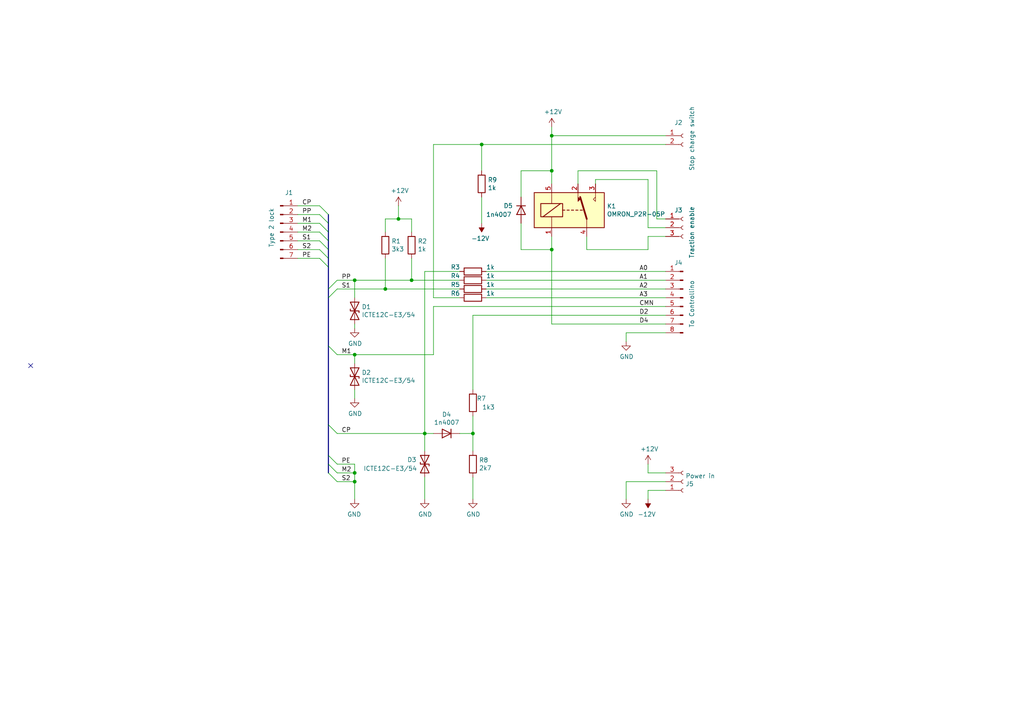
<source format=kicad_sch>
(kicad_sch (version 20211123) (generator eeschema)
  (paper "A4")
  (lib_symbols
    (symbol "Connector:Conn_01x02_Female" (pin_names (offset 1.016) hide)
      (property "Reference" "J" (at 0 2.54 0))
      (property "Value" "Conn_01x02_Female" (at 0 -5.08 0))
      (symbol "Conn_01x02_Female_1_1"
        (arc (start 0 -2.032) (mid -0.508 -2.54) (end 0 -3.048) (stroke (width 0.1524)))
        (polyline (pts (xy -1.27 -2.54) (xy -0.508 -2.54)) (stroke (width 0.1524)))
        (polyline (pts (xy -1.27 0) (xy -0.508 0)) (stroke (width 0.1524)))
        (arc (start 0 0.508) (mid -0.508 0) (end 0 -0.508) (stroke (width 0.1524)))
        (pin passive line (at -5.08 0 0) (length 3.81) (name "Pin_1") (number "1"))
        (pin passive line (at -5.08 -2.54 0) (length 3.81) (name "Pin_2") (number "2"))
      )
    )
    (symbol "Connector:Conn_01x03_Female" (pin_names (offset 1.016) hide)
      (property "Reference" "J" (at 0 5.08 0))
      (property "Value" "Conn_01x03_Female" (at 0 -5.08 0))
      (symbol "Conn_01x03_Female_1_1"
        (arc (start 0 -2.032) (mid -0.508 -2.54) (end 0 -3.048) (stroke (width 0.1524)))
        (polyline (pts (xy -1.27 -2.54) (xy -0.508 -2.54)) (stroke (width 0.1524)))
        (polyline (pts (xy -1.27 0) (xy -0.508 0)) (stroke (width 0.1524)))
        (polyline (pts (xy -1.27 2.54) (xy -0.508 2.54)) (stroke (width 0.1524)))
        (arc (start 0 0.508) (mid -0.508 0) (end 0 -0.508) (stroke (width 0.1524)))
        (arc (start 0 3.048) (mid -0.508 2.54) (end 0 2.032) (stroke (width 0.1524)))
        (pin passive line (at -5.08 2.54 0) (length 3.81) (name "Pin_1") (number "1"))
        (pin passive line (at -5.08 0 0) (length 3.81) (name "Pin_2") (number "2"))
        (pin passive line (at -5.08 -2.54 0) (length 3.81) (name "Pin_3") (number "3"))
      )
    )
    (symbol "Connector:Conn_01x07_Male" (pin_names (offset 1.016) hide)
      (property "Reference" "J" (at 0 10.16 0))
      (property "Value" "Conn_01x07_Male" (at 0 -10.16 0))
      (symbol "Conn_01x07_Male_1_1"
        (polyline (pts (xy 1.27 -7.62) (xy 0.8636 -7.62)) (stroke (width 0.1524)))
        (polyline (pts (xy 1.27 -5.08) (xy 0.8636 -5.08)) (stroke (width 0.1524)))
        (polyline (pts (xy 1.27 -2.54) (xy 0.8636 -2.54)) (stroke (width 0.1524)))
        (polyline (pts (xy 1.27 0) (xy 0.8636 0)) (stroke (width 0.1524)))
        (polyline (pts (xy 1.27 2.54) (xy 0.8636 2.54)) (stroke (width 0.1524)))
        (polyline (pts (xy 1.27 5.08) (xy 0.8636 5.08)) (stroke (width 0.1524)))
        (polyline (pts (xy 1.27 7.62) (xy 0.8636 7.62)) (stroke (width 0.1524)))
        (rectangle (start 0.8636 -7.493) (end 0 -7.747) (stroke (width 0.1524)) (fill (type outline)))
        (rectangle (start 0.8636 -4.953) (end 0 -5.207) (stroke (width 0.1524)) (fill (type outline)))
        (rectangle (start 0.8636 -2.413) (end 0 -2.667) (stroke (width 0.1524)) (fill (type outline)))
        (rectangle (start 0.8636 0.127) (end 0 -0.127) (stroke (width 0.1524)) (fill (type outline)))
        (rectangle (start 0.8636 2.667) (end 0 2.413) (stroke (width 0.1524)) (fill (type outline)))
        (rectangle (start 0.8636 5.207) (end 0 4.953) (stroke (width 0.1524)) (fill (type outline)))
        (rectangle (start 0.8636 7.747) (end 0 7.493) (stroke (width 0.1524)) (fill (type outline)))
        (pin passive line (at 5.08 7.62 180) (length 3.81) (name "Pin_1") (number "1"))
        (pin passive line (at 5.08 5.08 180) (length 3.81) (name "Pin_2") (number "2"))
        (pin passive line (at 5.08 2.54 180) (length 3.81) (name "Pin_3") (number "3"))
        (pin passive line (at 5.08 0 180) (length 3.81) (name "Pin_4") (number "4"))
        (pin passive line (at 5.08 -2.54 180) (length 3.81) (name "Pin_5") (number "5"))
        (pin passive line (at 5.08 -5.08 180) (length 3.81) (name "Pin_6") (number "6"))
        (pin passive line (at 5.08 -7.62 180) (length 3.81) (name "Pin_7") (number "7"))
      )
    )
    (symbol "Connector:Conn_01x08_Male" (pin_names (offset 1.016) hide)
      (property "Reference" "J" (at 0 10.16 0))
      (property "Value" "Conn_01x08_Male" (at 0 -12.7 0))
      (symbol "Conn_01x08_Male_1_1"
        (polyline (pts (xy 1.27 -10.16) (xy 0.8636 -10.16)) (stroke (width 0.1524)))
        (polyline (pts (xy 1.27 -7.62) (xy 0.8636 -7.62)) (stroke (width 0.1524)))
        (polyline (pts (xy 1.27 -5.08) (xy 0.8636 -5.08)) (stroke (width 0.1524)))
        (polyline (pts (xy 1.27 -2.54) (xy 0.8636 -2.54)) (stroke (width 0.1524)))
        (polyline (pts (xy 1.27 0) (xy 0.8636 0)) (stroke (width 0.1524)))
        (polyline (pts (xy 1.27 2.54) (xy 0.8636 2.54)) (stroke (width 0.1524)))
        (polyline (pts (xy 1.27 5.08) (xy 0.8636 5.08)) (stroke (width 0.1524)))
        (polyline (pts (xy 1.27 7.62) (xy 0.8636 7.62)) (stroke (width 0.1524)))
        (rectangle (start 0.8636 -10.033) (end 0 -10.287) (stroke (width 0.1524)) (fill (type outline)))
        (rectangle (start 0.8636 -7.493) (end 0 -7.747) (stroke (width 0.1524)) (fill (type outline)))
        (rectangle (start 0.8636 -4.953) (end 0 -5.207) (stroke (width 0.1524)) (fill (type outline)))
        (rectangle (start 0.8636 -2.413) (end 0 -2.667) (stroke (width 0.1524)) (fill (type outline)))
        (rectangle (start 0.8636 0.127) (end 0 -0.127) (stroke (width 0.1524)) (fill (type outline)))
        (rectangle (start 0.8636 2.667) (end 0 2.413) (stroke (width 0.1524)) (fill (type outline)))
        (rectangle (start 0.8636 5.207) (end 0 4.953) (stroke (width 0.1524)) (fill (type outline)))
        (rectangle (start 0.8636 7.747) (end 0 7.493) (stroke (width 0.1524)) (fill (type outline)))
        (pin passive line (at 5.08 7.62 180) (length 3.81) (name "Pin_1") (number "1"))
        (pin passive line (at 5.08 5.08 180) (length 3.81) (name "Pin_2") (number "2"))
        (pin passive line (at 5.08 2.54 180) (length 3.81) (name "Pin_3") (number "3"))
        (pin passive line (at 5.08 0 180) (length 3.81) (name "Pin_4") (number "4"))
        (pin passive line (at 5.08 -2.54 180) (length 3.81) (name "Pin_5") (number "5"))
        (pin passive line (at 5.08 -5.08 180) (length 3.81) (name "Pin_6") (number "6"))
        (pin passive line (at 5.08 -7.62 180) (length 3.81) (name "Pin_7") (number "7"))
        (pin passive line (at 5.08 -10.16 180) (length 3.81) (name "Pin_8") (number "8"))
      )
    )
    (symbol "Device:D" (pin_numbers hide) (pin_names (offset 1.016) hide)
      (property "Reference" "D" (at 0 2.54 0))
      (property "Value" "D" (at 0 -2.54 0))
      (symbol "D_0_1"
        (polyline (pts (xy -1.27 1.27) (xy -1.27 -1.27)) (stroke (width 0.254)))
        (polyline (pts (xy 1.27 0) (xy -1.27 0)))
        (polyline (pts (xy 1.27 1.27) (xy 1.27 -1.27) (xy -1.27 0) (xy 1.27 1.27)) (stroke (width 0.254)))
      )
      (symbol "D_1_1"
        (pin passive line (at -3.81 0 0) (length 2.54) (name "K") (number "1"))
        (pin passive line (at 3.81 0 180) (length 2.54) (name "A") (number "2"))
      )
    )
    (symbol "Device:D_TVS" (pin_numbers hide) (pin_names (offset 1.016) hide)
      (property "Reference" "D" (at 0 2.54 0))
      (property "Value" "D_TVS" (at 0 -2.54 0))
      (symbol "D_TVS_0_1"
        (polyline (pts (xy 1.27 0) (xy -1.27 0)))
        (polyline (pts (xy 0.508 1.27) (xy 0 1.27) (xy 0 -1.27) (xy -0.508 -1.27)) (stroke (width 0.254)))
        (polyline (pts (xy -2.54 1.27) (xy -2.54 -1.27) (xy 2.54 1.27) (xy 2.54 -1.27) (xy -2.54 1.27)) (stroke (width 0.254)))
      )
      (symbol "D_TVS_1_1"
        (pin passive line (at -3.81 0 0) (length 2.54) (name "A1") (number "1"))
        (pin passive line (at 3.81 0 180) (length 2.54) (name "A2") (number "2"))
      )
    )
    (symbol "Device:R" (pin_numbers hide) (pin_names (offset 0))
      (property "Reference" "R" (at 2.032 0 90))
      (property "Value" "R" (at 0 0 90))
      (symbol "R_0_1"
        (rectangle (start -1.016 -2.54) (end 1.016 2.54) (stroke (width 0.254)))
      )
      (symbol "R_1_1"
        (pin passive line (at 0 3.81 270) (length 1.27) (name "~") (number "1"))
        (pin passive line (at 0 -3.81 90) (length 1.27) (name "~") (number "2"))
      )
    )
    (symbol "Downloaded_parts:OMRON_P2R-05P"
      (property "Reference" "K" (at 11.43 3.81 0))
      (property "Value" "OMRON_P2R-05P" (at 11.43 1.27 0))
      (symbol "OMRON_P2R-05P_0_0"
        (polyline (pts (xy 7.62 5.08) (xy 7.62 2.54) (xy 6.985 3.175) (xy 7.62 3.81)))
      )
      (symbol "OMRON_P2R-05P_0_1"
        (rectangle (start -10.16 5.08) (end 10.16 -5.08) (stroke (width 0.254)) (fill (type background)))
        (rectangle (start -8.255 1.905) (end -1.905 -1.905) (stroke (width 0.254)))
        (polyline (pts (xy -7.62 -1.905) (xy -2.54 1.905)) (stroke (width 0.254)))
        (polyline (pts (xy -5.08 -5.08) (xy -5.08 -1.905)))
        (polyline (pts (xy -5.08 5.08) (xy -5.08 1.905)))
        (polyline (pts (xy -1.905 0) (xy -1.27 0)) (stroke (width 0.254)))
        (polyline (pts (xy -0.635 0) (xy 0 0)) (stroke (width 0.254)))
        (polyline (pts (xy 0.635 0) (xy 1.27 0)) (stroke (width 0.254)))
        (polyline (pts (xy 1.905 0) (xy 2.54 0)) (stroke (width 0.254)))
        (polyline (pts (xy 3.175 0) (xy 3.81 0)) (stroke (width 0.254)))
        (polyline (pts (xy 5.08 -2.54) (xy 3.175 3.81)) (stroke (width 0.508)))
        (polyline (pts (xy 5.08 -2.54) (xy 5.08 -5.08)))
        (polyline (pts (xy 2.54 5.08) (xy 2.54 2.54) (xy 3.175 3.175) (xy 2.54 3.81)) (fill (type outline)))
      )
      (symbol "OMRON_P2R-05P_1_1"
        (pin passive line (at -5.08 -7.62 90) (length 2.54) (name "~") (number "1"))
        (pin passive line (at 2.54 7.62 270) (length 2.54) (name "~") (number "2"))
        (pin passive line (at 7.62 7.62 270) (length 2.54) (name "~") (number "3"))
        (pin passive line (at 5.08 -7.62 90) (length 2.54) (name "~") (number "4"))
        (pin passive line (at -5.08 7.62 270) (length 2.54) (name "~") (number "5"))
      )
    )
    (symbol "power:+12V" (power) (pin_names (offset 0))
      (property "Value" "+12V" (at 0 3.556 0))
      (symbol "+12V_0_1"
        (polyline (pts (xy -0.762 1.27) (xy 0 2.54)))
        (polyline (pts (xy 0 0) (xy 0 2.54)))
        (polyline (pts (xy 0 2.54) (xy 0.762 1.27)))
      )
      (symbol "+12V_1_1"
        (pin power_in line (at 0 0 90) (length 0) hide (name "+12V") (number "1"))
      )
    )
    (symbol "power:-12V" (power) (pin_names (offset 0))
      (property "Value" "-12V" (at 0 3.81 0))
      (symbol "-12V_0_0"
        (pin power_in line (at 0 0 90) (length 0) hide (name "-12V") (number "1"))
      )
      (symbol "-12V_0_1"
        (polyline (pts (xy 0 0) (xy 0 1.27) (xy 0.762 1.27) (xy 0 2.54) (xy -0.762 1.27) (xy 0 1.27)) (fill (type outline)))
      )
    )
    (symbol "power:GND" (power) (pin_names (offset 0))
      (property "Value" "GND" (at 0 -3.81 0))
      (symbol "GND_0_1"
        (polyline (pts (xy 0 0) (xy 0 -1.27) (xy 1.27 -1.27) (xy 0 -2.54) (xy -1.27 -1.27) (xy 0 -1.27)))
      )
      (symbol "GND_1_1"
        (pin power_in line (at 0 0 270) (length 0) hide (name "GND") (number "1"))
      )
    )
  )
  (junction (at 137.16 125.73))
  (junction (at 115.57 63.5))
  (junction (at 139.7 41.91))
  (junction (at 160.02 39.37))
  (junction (at 102.87 137.16))
  (junction (at 111.76 83.82))
  (junction (at 160.02 49.53))
  (junction (at 123.19 125.73))
  (junction (at 102.87 81.28))
  (junction (at 119.38 81.28))
  (junction (at 160.02 72.39))
  (junction (at 102.87 139.7))
  (junction (at 102.87 102.87))
  (no_connect (at 8.89 106.045))
  (bus_entry (at 95.25 137.16) (size 2.54 2.54))
  (bus_entry (at 95.25 86.36) (size 2.54 -2.54))
  (bus_entry (at 92.71 62.23) (size 2.54 2.54))
  (bus_entry (at 92.71 59.69) (size 2.54 2.54))
  (bus_entry (at 92.71 72.39) (size 2.54 2.54))
  (bus_entry (at 95.25 100.33) (size 2.54 2.54))
  (bus_entry (at 95.25 83.82) (size 2.54 -2.54))
  (bus_entry (at 95.25 123.19) (size 2.54 2.54))
  (bus_entry (at 92.71 69.85) (size 2.54 2.54))
  (bus_entry (at 95.25 132.08) (size 2.54 2.54))
  (bus_entry (at 92.71 64.77) (size 2.54 2.54))
  (bus_entry (at 95.25 134.62) (size 2.54 2.54))
  (bus_entry (at 92.71 67.31) (size 2.54 2.54))
  (bus_entry (at 92.71 74.93) (size 2.54 2.54))
  (wire (pts (xy 140.97 86.36) (xy 193.04 86.36)))
  (wire (pts (xy 151.13 57.15) (xy 151.13 49.53)))
  (bus (pts (xy 95.25 62.23) (xy 95.25 64.77)))
  (wire (pts (xy 111.76 74.93) (xy 111.76 83.82)))
  (wire (pts (xy 123.19 125.73) (xy 123.19 130.81)))
  (wire (pts (xy 137.16 125.73) (xy 137.16 130.81)))
  (wire (pts (xy 111.76 67.31) (xy 111.76 63.5)))
  (wire (pts (xy 123.19 125.73) (xy 125.73 125.73)))
  (wire (pts (xy 102.87 137.16) (xy 97.79 137.16)))
  (wire (pts (xy 86.36 69.85) (xy 92.71 69.85)))
  (wire (pts (xy 193.04 41.91) (xy 139.7 41.91)))
  (wire (pts (xy 167.64 49.53) (xy 190.5 49.53)))
  (bus (pts (xy 95.25 74.93) (xy 95.25 77.47)))
  (wire (pts (xy 187.96 144.78) (xy 187.96 142.24)))
  (wire (pts (xy 140.97 83.82) (xy 193.04 83.82)))
  (bus (pts (xy 95.25 67.31) (xy 95.25 69.85)))
  (wire (pts (xy 125.73 88.9) (xy 193.04 88.9)))
  (wire (pts (xy 97.79 81.28) (xy 102.87 81.28)))
  (wire (pts (xy 86.36 59.69) (xy 92.71 59.69)))
  (wire (pts (xy 115.57 59.69) (xy 115.57 63.5)))
  (wire (pts (xy 193.04 39.37) (xy 160.02 39.37)))
  (bus (pts (xy 95.25 77.47) (xy 95.25 83.82)))
  (wire (pts (xy 102.87 102.87) (xy 102.87 105.41)))
  (wire (pts (xy 102.87 102.87) (xy 97.79 102.87)))
  (wire (pts (xy 187.96 68.58) (xy 193.04 68.58)))
  (wire (pts (xy 111.76 63.5) (xy 115.57 63.5)))
  (wire (pts (xy 97.79 139.7) (xy 102.87 139.7)))
  (wire (pts (xy 190.5 49.53) (xy 190.5 63.5)))
  (wire (pts (xy 139.7 41.91) (xy 125.73 41.91)))
  (wire (pts (xy 86.36 72.39) (xy 92.71 72.39)))
  (wire (pts (xy 115.57 63.5) (xy 119.38 63.5)))
  (wire (pts (xy 123.19 78.74) (xy 133.35 78.74)))
  (wire (pts (xy 187.96 52.07) (xy 172.72 52.07)))
  (wire (pts (xy 125.73 86.36) (xy 133.35 86.36)))
  (wire (pts (xy 187.96 72.39) (xy 187.96 68.58)))
  (bus (pts (xy 95.25 64.77) (xy 95.25 67.31)))
  (wire (pts (xy 86.36 67.31) (xy 92.71 67.31)))
  (wire (pts (xy 125.73 102.87) (xy 125.73 88.9)))
  (wire (pts (xy 119.38 63.5) (xy 119.38 67.31)))
  (wire (pts (xy 193.04 81.28) (xy 140.97 81.28)))
  (bus (pts (xy 95.25 132.08) (xy 95.25 134.62)))
  (wire (pts (xy 86.36 74.93) (xy 92.71 74.93)))
  (wire (pts (xy 86.36 62.23) (xy 92.71 62.23)))
  (wire (pts (xy 97.79 83.82) (xy 111.76 83.82)))
  (bus (pts (xy 95.25 83.82) (xy 95.25 86.36)))
  (wire (pts (xy 151.13 49.53) (xy 160.02 49.53)))
  (wire (pts (xy 193.04 96.52) (xy 181.61 96.52)))
  (bus (pts (xy 95.25 69.85) (xy 95.25 72.39)))
  (wire (pts (xy 86.36 64.77) (xy 92.71 64.77)))
  (bus (pts (xy 95.25 123.19) (xy 95.25 132.08)))
  (bus (pts (xy 95.25 134.62) (xy 95.25 137.16)))
  (wire (pts (xy 193.04 137.16) (xy 187.96 137.16)))
  (bus (pts (xy 95.25 86.36) (xy 95.25 100.33)))
  (wire (pts (xy 193.04 66.04) (xy 187.96 66.04)))
  (wire (pts (xy 123.19 125.73) (xy 123.19 78.74)))
  (wire (pts (xy 170.18 68.58) (xy 170.18 72.39)))
  (wire (pts (xy 119.38 74.93) (xy 119.38 81.28)))
  (wire (pts (xy 123.19 138.43) (xy 123.19 144.78)))
  (wire (pts (xy 170.18 72.39) (xy 187.96 72.39)))
  (wire (pts (xy 139.7 49.53) (xy 139.7 41.91)))
  (bus (pts (xy 95.25 72.39) (xy 95.25 74.93)))
  (wire (pts (xy 190.5 63.5) (xy 193.04 63.5)))
  (wire (pts (xy 137.16 138.43) (xy 137.16 144.78)))
  (bus (pts (xy 95.25 100.33) (xy 95.25 123.19)))
  (wire (pts (xy 102.87 93.98) (xy 102.87 95.25)))
  (wire (pts (xy 102.87 144.78) (xy 102.87 139.7)))
  (wire (pts (xy 160.02 93.98) (xy 193.04 93.98)))
  (wire (pts (xy 160.02 49.53) (xy 160.02 53.34)))
  (wire (pts (xy 151.13 72.39) (xy 151.13 64.77)))
  (wire (pts (xy 160.02 68.58) (xy 160.02 72.39)))
  (wire (pts (xy 187.96 66.04) (xy 187.96 52.07)))
  (wire (pts (xy 137.16 91.44) (xy 193.04 91.44)))
  (wire (pts (xy 137.16 125.73) (xy 137.16 120.65)))
  (wire (pts (xy 193.04 78.74) (xy 140.97 78.74)))
  (wire (pts (xy 151.13 72.39) (xy 160.02 72.39)))
  (wire (pts (xy 167.64 53.34) (xy 167.64 49.53)))
  (wire (pts (xy 102.87 134.62) (xy 102.87 137.16)))
  (wire (pts (xy 181.61 139.7) (xy 193.04 139.7)))
  (wire (pts (xy 137.16 113.03) (xy 137.16 91.44)))
  (wire (pts (xy 187.96 137.16) (xy 187.96 134.62)))
  (wire (pts (xy 111.76 83.82) (xy 133.35 83.82)))
  (wire (pts (xy 102.87 139.7) (xy 102.87 137.16)))
  (wire (pts (xy 172.72 52.07) (xy 172.72 53.34)))
  (wire (pts (xy 97.79 125.73) (xy 123.19 125.73)))
  (wire (pts (xy 125.73 102.87) (xy 102.87 102.87)))
  (wire (pts (xy 181.61 96.52) (xy 181.61 99.06)))
  (wire (pts (xy 139.7 64.77) (xy 139.7 57.15)))
  (wire (pts (xy 125.73 41.91) (xy 125.73 86.36)))
  (wire (pts (xy 102.87 113.03) (xy 102.87 115.57)))
  (wire (pts (xy 102.87 81.28) (xy 119.38 81.28)))
  (wire (pts (xy 102.87 134.62) (xy 97.79 134.62)))
  (wire (pts (xy 119.38 81.28) (xy 133.35 81.28)))
  (wire (pts (xy 160.02 39.37) (xy 160.02 49.53)))
  (wire (pts (xy 160.02 72.39) (xy 160.02 93.98)))
  (wire (pts (xy 181.61 144.78) (xy 181.61 139.7)))
  (wire (pts (xy 102.87 81.28) (xy 102.87 86.36)))
  (wire (pts (xy 187.96 142.24) (xy 193.04 142.24)))
  (wire (pts (xy 160.02 36.83) (xy 160.02 39.37)))
  (wire (pts (xy 133.35 125.73) (xy 137.16 125.73)))
  (label "A2" (at 185.42 83.82 0))
  (label "M1" (at 87.63 64.77 0))
  (label "A3" (at 185.42 86.36 0))
  (label "M1" (at 99.06 102.87 0))
  (label "D4" (at 185.42 93.98 0))
  (label "D2" (at 185.42 91.44 0))
  (label "S2" (at 87.63 72.39 0))
  (label "A0" (at 185.42 78.74 0))
  (label "PE" (at 87.63 74.93 0))
  (label "S1" (at 87.63 69.85 0))
  (label "M2" (at 87.63 67.31 0))
  (label "M2" (at 99.06 137.16 0))
  (label "PP" (at 87.63 62.23 0))
  (label "CP" (at 87.63 59.69 0))
  (label "S2" (at 99.06 139.7 0))
  (label "A1" (at 185.42 81.28 0))
  (label "CP" (at 99.06 125.73 0))
  (label "PP" (at 99.06 81.28 0))
  (label "CMN" (at 185.42 88.9 0))
  (label "PE" (at 99.06 134.62 0))
  (label "S1" (at 99.06 83.82 0))
  (symbol (lib_id "Connector:Conn_01x07_Male") (at 81.28 67.31 0) (unit 1)
    (property "Reference" "J1" (at 83.82 55.88 0))
    (property "Value" "Type 2 lock" (at 78.74 66.04 90))
    (property "Footprint" "Connector_Wago:Wago_734-137_1x07_P3.50mm_Vertical" (effects hide))
  )
  (symbol (lib_id "power:GND") (at 102.87 144.78 0) (mirror y) (unit 1)
    (property "Reference" "#PWR03" (effects hide))
    (property "Value" "GND" (at 102.743 149.1742 0))
  )
  (symbol (lib_id "power:+12V") (at 115.57 59.69 0) (unit 1)
    (property "Reference" "#PWR04" (effects hide))
    (property "Value" "+12V" (at 115.951 55.2958 0))
  )
  (symbol (lib_id "Device:D") (at 129.54 125.73 180) (unit 1)
    (property "Reference" "D4" (at 129.54 120.2182 0))
    (property "Value" "1n4007" (at 129.54 122.5296 0))
    (property "Footprint" "Diode_THT:D_DO-41_SOD81_P10.16mm_Horizontal" (effects hide))
  )
  (symbol (lib_id "Device:R") (at 137.16 116.84 0) (mirror x) (unit 1)
    (property "Reference" "R7" (at 140.97 115.57 0) (effects (justify right)))
    (property "Value" "1k3" (at 143.51 118.11 0) (effects (justify right)))
    (property "Footprint" "Resistor_THT:R_Axial_DIN0207_L6.3mm_D2.5mm_P10.16mm_Horizontal" (effects hide))
  )
  (symbol (lib_id "Device:R") (at 137.16 134.62 0) (unit 1)
    (property "Reference" "R8" (at 138.938 133.4516 0) (effects (justify left)))
    (property "Value" "2k7" (at 138.938 135.763 0) (effects (justify left)))
    (property "Footprint" "Resistor_THT:R_Axial_DIN0207_L6.3mm_D2.5mm_P10.16mm_Horizontal" (effects hide))
  )
  (symbol (lib_id "power:GND") (at 137.16 144.78 0) (unit 1)
    (property "Reference" "#PWR06" (effects hide))
    (property "Value" "GND" (at 137.287 149.1742 0))
  )
  (symbol (lib_id "Device:D_TVS") (at 102.87 109.22 270) (unit 1)
    (property "Reference" "D2" (at 104.902 108.0516 90) (effects (justify left)))
    (property "Value" "ICTE12C-E3/54" (at 104.902 110.363 90) (effects (justify left)))
    (property "Footprint" "Diode_THT:D_DO-201_P15.24mm_Horizontal" (effects hide))
  )
  (symbol (lib_id "power:GND") (at 102.87 115.57 0) (unit 1)
    (property "Reference" "#PWR02" (effects hide))
    (property "Value" "GND" (at 102.997 119.9642 0))
  )
  (symbol (lib_id "Connector:Conn_01x02_Female") (at 198.12 39.37 0) (unit 1)
    (property "Reference" "J2" (at 195.58 35.56 0) (effects (justify left)))
    (property "Value" "Stop charge switch" (at 200.66 49.53 90) (effects (justify left)))
    (property "Footprint" "Connector_Wago:Wago_734-132_1x02_P3.50mm_Vertical" (effects hide))
  )
  (symbol (lib_id "Device:D_TVS") (at 123.19 134.62 270) (unit 1)
    (property "Reference" "D3" (at 118.11 133.35 90) (effects (justify left)))
    (property "Value" "ICTE12C-E3/54" (at 105.41 135.89 90) (effects (justify left)))
    (property "Footprint" "Diode_THT:D_DO-201_P15.24mm_Horizontal" (effects hide))
  )
  (symbol (lib_id "power:GND") (at 123.19 144.78 0) (unit 1)
    (property "Reference" "#PWR05" (effects hide))
    (property "Value" "GND" (at 123.317 149.1742 0))
  )
  (symbol (lib_id "Device:R") (at 119.38 71.12 0) (unit 1)
    (property "Reference" "R2" (at 121.158 69.9516 0) (effects (justify left)))
    (property "Value" "1k" (at 121.158 72.263 0) (effects (justify left)))
    (property "Footprint" "Resistor_THT:R_Axial_DIN0207_L6.3mm_D2.5mm_P10.16mm_Horizontal" (effects hide))
  )
  (symbol (lib_id "Connector:Conn_01x03_Female") (at 198.12 66.04 0) (unit 1)
    (property "Reference" "J3" (at 195.58 60.96 0) (effects (justify left)))
    (property "Value" "Traction enable" (at 200.66 74.93 90) (effects (justify left)))
    (property "Footprint" "Connector_Wago:Wago_734-133_1x03_P3.50mm_Vertical" (effects hide))
  )
  (symbol (lib_id "Device:R") (at 137.16 86.36 270) (unit 1)
    (property "Reference" "R6" (at 132.08 85.09 90))
    (property "Value" "1k" (at 142.24 85.09 90))
    (property "Footprint" "Resistor_THT:R_Axial_DIN0207_L6.3mm_D2.5mm_P10.16mm_Horizontal" (effects hide))
  )
  (symbol (lib_id "Device:R") (at 111.76 71.12 0) (unit 1)
    (property "Reference" "R1" (at 113.538 69.9516 0) (effects (justify left)))
    (property "Value" "3k3" (at 113.538 72.263 0) (effects (justify left)))
    (property "Footprint" "Resistor_THT:R_Axial_DIN0207_L6.3mm_D2.5mm_P10.16mm_Horizontal" (effects hide))
  )
  (symbol (lib_id "Device:R") (at 139.7 53.34 0) (unit 1)
    (property "Reference" "R9" (at 141.478 52.1716 0) (effects (justify left)))
    (property "Value" "1k" (at 141.478 54.483 0) (effects (justify left)))
    (property "Footprint" "Resistor_THT:R_Axial_DIN0207_L6.3mm_D2.5mm_P10.16mm_Horizontal" (effects hide))
  )
  (symbol (lib_id "Device:D_TVS") (at 102.87 90.17 270) (unit 1)
    (property "Reference" "D1" (at 104.902 89.0016 90) (effects (justify left)))
    (property "Value" "ICTE12C-E3/54" (at 104.902 91.313 90) (effects (justify left)))
    (property "Footprint" "Diode_THT:D_DO-201_P15.24mm_Horizontal" (effects hide))
  )
  (symbol (lib_id "power:GND") (at 102.87 95.25 0) (unit 1)
    (property "Reference" "#PWR01" (effects hide))
    (property "Value" "GND" (at 102.997 99.6442 0))
  )
  (symbol (lib_id "power:+12V") (at 160.02 36.83 0) (unit 1)
    (property "Reference" "#PWR08" (effects hide))
    (property "Value" "+12V" (at 160.401 32.4358 0))
  )
  (symbol (lib_id "Device:D") (at 151.13 60.96 90) (mirror x) (unit 1)
    (property "Reference" "D5" (at 146.05 59.69 90) (effects (justify right)))
    (property "Value" "1n4007" (at 140.97 62.23 90) (effects (justify right)))
    (property "Footprint" "Diode_THT:D_DO-41_SOD81_P10.16mm_Horizontal" (effects hide))
  )
  (symbol (lib_id "Device:R") (at 137.16 78.74 270) (unit 1)
    (property "Reference" "R3" (at 132.08 77.47 90))
    (property "Value" "1k" (at 142.24 77.47 90))
    (property "Footprint" "Resistor_THT:R_Axial_DIN0207_L6.3mm_D2.5mm_P10.16mm_Horizontal" (effects hide))
  )
  (symbol (lib_id "Device:R") (at 137.16 81.28 270) (unit 1)
    (property "Reference" "R4" (at 132.08 80.01 90))
    (property "Value" "1k" (at 142.24 80.01 90))
    (property "Footprint" "Resistor_THT:R_Axial_DIN0207_L6.3mm_D2.5mm_P10.16mm_Horizontal" (effects hide))
  )
  (symbol (lib_id "Device:R") (at 137.16 83.82 270) (unit 1)
    (property "Reference" "R5" (at 132.08 82.55 90))
    (property "Value" "1k" (at 142.24 82.55 90))
    (property "Footprint" "Resistor_THT:R_Axial_DIN0207_L6.3mm_D2.5mm_P10.16mm_Horizontal" (effects hide))
  )
  (symbol (lib_id "power:-12V") (at 139.7 64.77 180) (unit 1)
    (property "Reference" "#PWR07" (effects hide))
    (property "Value" "-12V" (at 139.319 69.1642 0))
  )
  (symbol (lib_id "Connector:Conn_01x08_Male") (at 198.12 86.36 0) (mirror y) (unit 1)
    (property "Reference" "J4" (at 195.58 76.2 0) (effects (justify right)))
    (property "Value" "To Controllino" (at 200.66 81.28 90) (effects (justify right)))
    (property "Footprint" "Connector_Wago:Wago_734-138_1x08_P3.50mm_Vertical" (effects hide))
  )
  (symbol (lib_id "power:GND") (at 181.61 99.06 0) (unit 1)
    (property "Reference" "#PWR09" (effects hide))
    (property "Value" "GND" (at 181.737 103.4542 0))
  )
  (symbol (lib_id "Connector:Conn_01x03_Female") (at 198.12 139.7 0) (mirror x) (unit 1)
    (property "Reference" "J5" (at 198.8312 140.3604 0) (effects (justify left)))
    (property "Value" "Power in" (at 198.8312 138.049 0) (effects (justify left)))
    (property "Footprint" "Connector_Wago:Wago_734-133_1x03_P3.50mm_Vertical" (effects hide))
  )
  (symbol (lib_id "power:+12V") (at 187.96 134.62 0) (unit 1)
    (property "Reference" "#PWR011" (effects hide))
    (property "Value" "+12V" (at 188.341 130.2258 0))
  )
  (symbol (lib_id "power:-12V") (at 187.96 144.78 180) (unit 1)
    (property "Reference" "#PWR012" (effects hide))
    (property "Value" "-12V" (at 187.579 149.1742 0))
  )
  (symbol (lib_id "power:GND") (at 181.61 144.78 0) (unit 1)
    (property "Reference" "#PWR010" (effects hide))
    (property "Value" "GND" (at 181.737 149.1742 0))
  )
  (symbol (lib_id "Downloaded_parts:OMRON_P2R-05P") (at 165.1 60.96 0) (unit 1)
    (property "Reference" "K1" (at 176.022 59.7916 0) (effects (justify left)))
    (property "Value" "OMRON_P2R-05P" (at 176.022 62.103 0) (effects (justify left)))
    (property "Footprint" "Downloaded_parts:P2R-05P" (effects hide))
    (property "Datasheet" "https://gfinder.findernet.com/public/attachments/34/EN/S34USAEN.pdf" (effects hide))
  )
)
</source>
